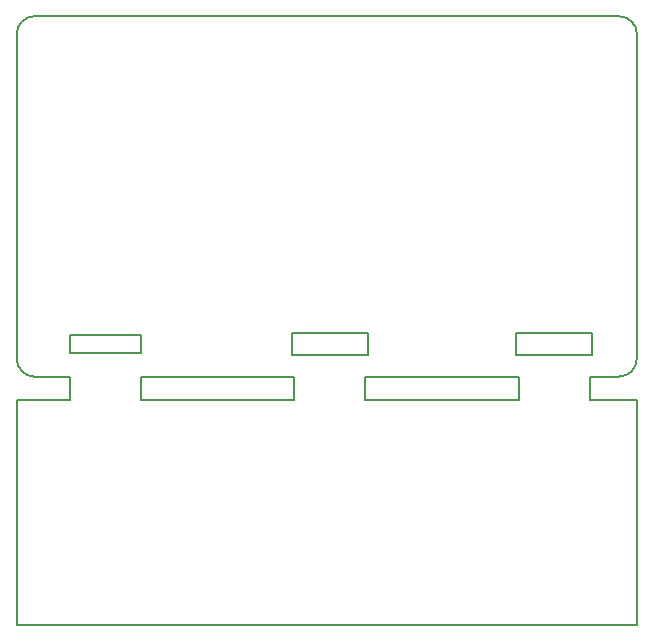
<source format=gbr>
G04 #@! TF.GenerationSoftware,KiCad,Pcbnew,(5.0.0)*
G04 #@! TF.CreationDate,2018-12-13T14:05:28+00:00*
G04 #@! TF.ProjectId,GiveMePower,476976654D65506F7765722E6B696361,rev?*
G04 #@! TF.SameCoordinates,Original*
G04 #@! TF.FileFunction,Profile,NP*
%FSLAX46Y46*%
G04 Gerber Fmt 4.6, Leading zero omitted, Abs format (unit mm)*
G04 Created by KiCad (PCBNEW (5.0.0)) date 12/13/18 14:05:28*
%MOMM*%
%LPD*%
G01*
G04 APERTURE LIST*
%ADD10C,0.150000*%
%ADD11C,0.200000*%
G04 APERTURE END LIST*
D10*
X151000000Y-113000000D02*
X151000000Y-114000000D01*
X145000000Y-113000000D02*
X145000000Y-114000000D01*
X126000000Y-113000000D02*
X126000000Y-114000000D01*
X132000000Y-113000000D02*
X132000000Y-114000000D01*
X113000000Y-113000000D02*
X113000000Y-114000000D01*
X107000000Y-113000000D02*
X107000000Y-114000000D01*
X102500000Y-84000000D02*
G75*
G02X104000000Y-82500000I1500000J0D01*
G01*
X155000000Y-111500000D02*
G75*
G02X153500000Y-113000000I-1500000J0D01*
G01*
D11*
X153500000Y-82500000D02*
G75*
G02X155000000Y-84000000I0J-1500000D01*
G01*
D10*
X107000000Y-109500000D02*
X107000000Y-111000000D01*
X102500000Y-84000000D02*
X102500000Y-111500000D01*
X151000000Y-113000000D02*
X153500000Y-113000000D01*
X145000000Y-113000000D02*
X132000000Y-113000000D01*
X151000000Y-115000000D02*
X151000000Y-114000000D01*
X145000000Y-115000000D02*
X145000000Y-114000000D01*
X113000000Y-113000000D02*
X126000000Y-113000000D01*
X104000000Y-113000000D02*
X107000000Y-113000000D01*
X107000000Y-115000000D02*
X107000000Y-114000000D01*
D11*
X102500000Y-115000000D02*
X107000000Y-115000000D01*
X102500000Y-134000000D02*
X102500000Y-115000000D01*
X155000000Y-134000000D02*
X102500000Y-134000000D01*
X155000000Y-115000000D02*
X155000000Y-134000000D01*
X151000000Y-115000000D02*
X155000000Y-115000000D01*
X132000000Y-115000000D02*
X145000000Y-115000000D01*
X132000000Y-114000000D02*
X132000000Y-115000000D01*
X126000000Y-115000000D02*
X126000000Y-114000000D01*
X113000000Y-115000000D02*
X126000000Y-115000000D01*
X113000000Y-114000000D02*
X113000000Y-115000000D01*
D10*
X107000000Y-111000000D02*
X113000000Y-111000000D01*
X113000000Y-109500000D02*
X107000000Y-109500000D01*
X144800000Y-111200000D02*
X144800000Y-109300000D01*
X151200000Y-111200000D02*
X144800000Y-111200000D01*
X151200000Y-109300000D02*
X151200000Y-111200000D01*
X144800000Y-109300000D02*
X151200000Y-109300000D01*
X113000000Y-109500000D02*
X113000000Y-111000000D01*
X125800000Y-111200000D02*
X125800000Y-109300000D01*
X132200000Y-111200000D02*
X125800000Y-111200000D01*
X132200000Y-109300000D02*
X132200000Y-111200000D01*
X125800000Y-109300000D02*
X132200000Y-109300000D01*
X104000000Y-113000000D02*
G75*
G02X102500000Y-111500000I0J1500000D01*
G01*
D11*
X155000000Y-84000000D02*
X155000000Y-111500000D01*
X104000000Y-82500000D02*
X153500000Y-82500000D01*
M02*

</source>
